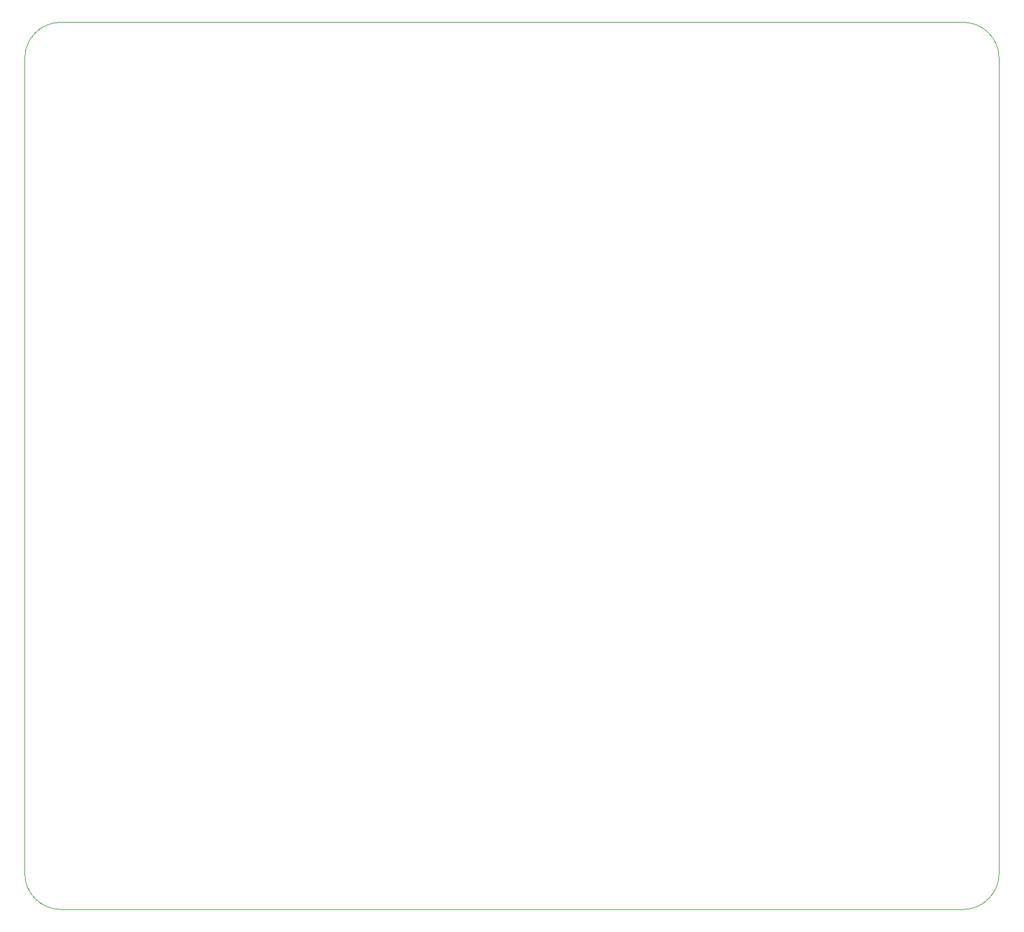
<source format=gko>
G75*
G70*
%OFA0B0*%
%FSLAX25Y25*%
%IPPOS*%
%LPD*%
%AMOC8*
5,1,8,0,0,1.08239X$1,22.5*
%
%ADD109C,0.00394*%
X0000000Y0000000D02*
%LPD*%
G01*
D109*
X0019685Y0000000D02*
G75*
G02*
X0000000Y0019685I0000000J0019685D01*
G01*
X0000000Y0464535D02*
G75*
G02*
X0019685Y0484220I0019685J0000000D01*
G01*
X0531594Y0019685D02*
G75*
G02*
X0511909Y0000000I-019685J0000000D01*
G01*
X0511909Y0484220D02*
X0019685Y0484220D01*
X0511909Y0484220D02*
G75*
G02*
X0531594Y0464535I0000000J-019685D01*
G01*
X0000000Y0464535D02*
X0000000Y0019685D01*
X0531594Y0019685D02*
X0531594Y0464535D01*
X0019685Y0000000D02*
X0511909Y0000000D01*
X0302469Y0016240D02*
G01*
G75*
X0387902Y0303839D02*
G01*
G75*
X0138551Y0406152D02*
G01*
G75*
X0184161Y0406299D02*
G01*
G75*
X0468118Y0280807D02*
G01*
G75*
X0322252Y0254724D02*
G01*
G75*
X0080815Y0191043D02*
G01*
G75*
M02*

</source>
